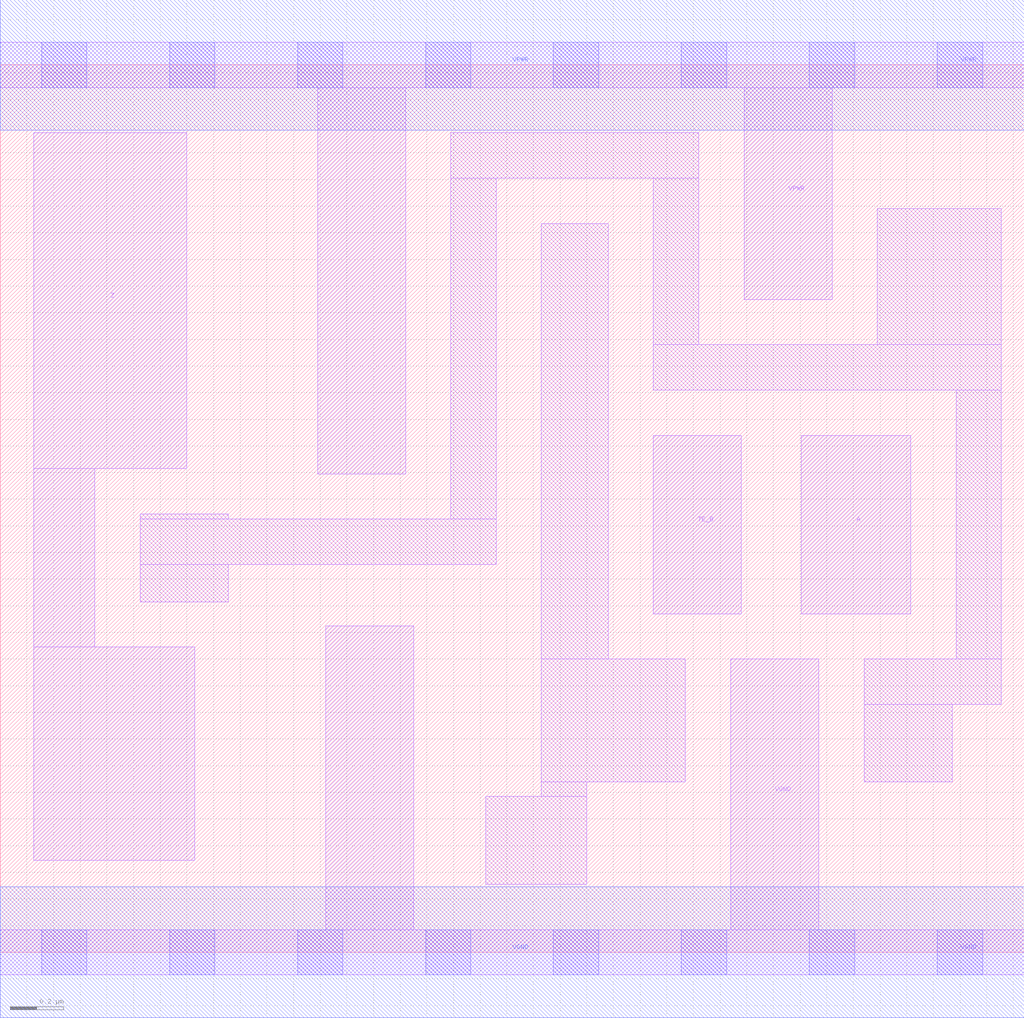
<source format=lef>
# Copyright 2020 The SkyWater PDK Authors
#
# Licensed under the Apache License, Version 2.0 (the "License");
# you may not use this file except in compliance with the License.
# You may obtain a copy of the License at
#
#     https://www.apache.org/licenses/LICENSE-2.0
#
# Unless required by applicable law or agreed to in writing, software
# distributed under the License is distributed on an "AS IS" BASIS,
# WITHOUT WARRANTIES OR CONDITIONS OF ANY KIND, either express or implied.
# See the License for the specific language governing permissions and
# limitations under the License.
#
# SPDX-License-Identifier: Apache-2.0

VERSION 5.7 ;
  NAMESCASESENSITIVE ON ;
  NOWIREEXTENSIONATPIN ON ;
  DIVIDERCHAR "/" ;
  BUSBITCHARS "[]" ;
UNITS
  DATABASE MICRONS 200 ;
END UNITS
MACRO sky130_fd_sc_lp__ebufn_1
  CLASS CORE ;
  SOURCE USER ;
  FOREIGN sky130_fd_sc_lp__ebufn_1 ;
  ORIGIN  0.000000  0.000000 ;
  SIZE  3.840000 BY  3.330000 ;
  SYMMETRY X Y R90 ;
  SITE unit ;
  PIN A
    ANTENNAGATEAREA  0.159000 ;
    DIRECTION INPUT ;
    USE SIGNAL ;
    PORT
      LAYER li1 ;
        RECT 3.005000 1.270000 3.415000 1.940000 ;
    END
  END A
  PIN TE_B
    ANTENNAGATEAREA  0.348000 ;
    DIRECTION INPUT ;
    USE SIGNAL ;
    PORT
      LAYER li1 ;
        RECT 2.450000 1.270000 2.780000 1.940000 ;
    END
  END TE_B
  PIN Z
    ANTENNADIFFAREA  0.598500 ;
    DIRECTION OUTPUT ;
    USE SIGNAL ;
    PORT
      LAYER li1 ;
        RECT 0.125000 0.345000 0.730000 1.145000 ;
        RECT 0.125000 1.145000 0.355000 1.815000 ;
        RECT 0.125000 1.815000 0.700000 3.075000 ;
    END
  END Z
  PIN VGND
    DIRECTION INOUT ;
    USE GROUND ;
    PORT
      LAYER li1 ;
        RECT 0.000000 -0.085000 3.840000 0.085000 ;
        RECT 1.220000  0.085000 1.550000 1.225000 ;
        RECT 2.740000  0.085000 3.070000 1.100000 ;
      LAYER mcon ;
        RECT 0.155000 -0.085000 0.325000 0.085000 ;
        RECT 0.635000 -0.085000 0.805000 0.085000 ;
        RECT 1.115000 -0.085000 1.285000 0.085000 ;
        RECT 1.595000 -0.085000 1.765000 0.085000 ;
        RECT 2.075000 -0.085000 2.245000 0.085000 ;
        RECT 2.555000 -0.085000 2.725000 0.085000 ;
        RECT 3.035000 -0.085000 3.205000 0.085000 ;
        RECT 3.515000 -0.085000 3.685000 0.085000 ;
      LAYER met1 ;
        RECT 0.000000 -0.245000 3.840000 0.245000 ;
    END
  END VGND
  PIN VPWR
    DIRECTION INOUT ;
    USE POWER ;
    PORT
      LAYER li1 ;
        RECT 0.000000 3.245000 3.840000 3.415000 ;
        RECT 1.190000 1.795000 1.520000 3.245000 ;
        RECT 2.790000 2.450000 3.120000 3.245000 ;
      LAYER mcon ;
        RECT 0.155000 3.245000 0.325000 3.415000 ;
        RECT 0.635000 3.245000 0.805000 3.415000 ;
        RECT 1.115000 3.245000 1.285000 3.415000 ;
        RECT 1.595000 3.245000 1.765000 3.415000 ;
        RECT 2.075000 3.245000 2.245000 3.415000 ;
        RECT 2.555000 3.245000 2.725000 3.415000 ;
        RECT 3.035000 3.245000 3.205000 3.415000 ;
        RECT 3.515000 3.245000 3.685000 3.415000 ;
      LAYER met1 ;
        RECT 0.000000 3.085000 3.840000 3.575000 ;
    END
  END VPWR
  OBS
    LAYER li1 ;
      RECT 0.525000 1.315000 0.855000 1.455000 ;
      RECT 0.525000 1.455000 1.860000 1.625000 ;
      RECT 0.525000 1.625000 0.855000 1.645000 ;
      RECT 1.690000 1.625000 1.860000 2.905000 ;
      RECT 1.690000 2.905000 2.620000 3.075000 ;
      RECT 1.820000 0.255000 2.200000 0.585000 ;
      RECT 2.030000 0.585000 2.200000 0.640000 ;
      RECT 2.030000 0.640000 2.570000 1.100000 ;
      RECT 2.030000 1.100000 2.280000 2.735000 ;
      RECT 2.450000 2.110000 3.755000 2.280000 ;
      RECT 2.450000 2.280000 2.620000 2.905000 ;
      RECT 3.240000 0.640000 3.570000 0.930000 ;
      RECT 3.240000 0.930000 3.755000 1.100000 ;
      RECT 3.290000 2.280000 3.755000 2.790000 ;
      RECT 3.585000 1.100000 3.755000 2.110000 ;
  END
END sky130_fd_sc_lp__ebufn_1

</source>
